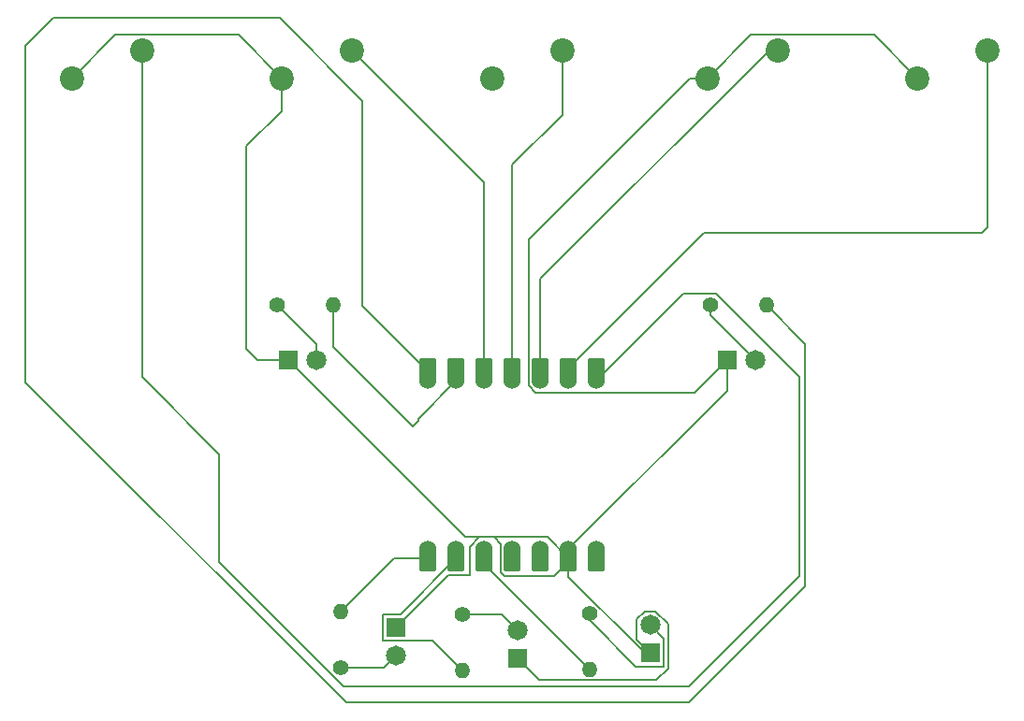
<source format=gbr>
%TF.GenerationSoftware,KiCad,Pcbnew,8.0.1*%
%TF.CreationDate,2025-07-05T17:57:54-03:00*%
%TF.ProjectId,camera,63616d65-7261-42e6-9b69-6361645f7063,rev?*%
%TF.SameCoordinates,Original*%
%TF.FileFunction,Copper,L1,Top*%
%TF.FilePolarity,Positive*%
%FSLAX46Y46*%
G04 Gerber Fmt 4.6, Leading zero omitted, Abs format (unit mm)*
G04 Created by KiCad (PCBNEW 8.0.1) date 2025-07-05 17:57:54*
%MOMM*%
%LPD*%
G01*
G04 APERTURE LIST*
G04 Aperture macros list*
%AMRoundRect*
0 Rectangle with rounded corners*
0 $1 Rounding radius*
0 $2 $3 $4 $5 $6 $7 $8 $9 X,Y pos of 4 corners*
0 Add a 4 corners polygon primitive as box body*
4,1,4,$2,$3,$4,$5,$6,$7,$8,$9,$2,$3,0*
0 Add four circle primitives for the rounded corners*
1,1,$1+$1,$2,$3*
1,1,$1+$1,$4,$5*
1,1,$1+$1,$6,$7*
1,1,$1+$1,$8,$9*
0 Add four rect primitives between the rounded corners*
20,1,$1+$1,$2,$3,$4,$5,0*
20,1,$1+$1,$4,$5,$6,$7,0*
20,1,$1+$1,$6,$7,$8,$9,0*
20,1,$1+$1,$8,$9,$2,$3,0*%
G04 Aperture macros list end*
%TA.AperFunction,SMDPad,CuDef*%
%ADD10RoundRect,0.152400X0.609600X-1.063600X0.609600X1.063600X-0.609600X1.063600X-0.609600X-1.063600X0*%
%TD*%
%TA.AperFunction,ComponentPad*%
%ADD11C,1.524000*%
%TD*%
%TA.AperFunction,SMDPad,CuDef*%
%ADD12RoundRect,0.152400X-0.609600X1.063600X-0.609600X-1.063600X0.609600X-1.063600X0.609600X1.063600X0*%
%TD*%
%TA.AperFunction,ComponentPad*%
%ADD13C,2.200000*%
%TD*%
%TA.AperFunction,ComponentPad*%
%ADD14C,1.400000*%
%TD*%
%TA.AperFunction,ComponentPad*%
%ADD15O,1.400000X1.400000*%
%TD*%
%TA.AperFunction,ComponentPad*%
%ADD16C,1.815000*%
%TD*%
%TA.AperFunction,ComponentPad*%
%ADD17R,1.815000X1.815000*%
%TD*%
%TA.AperFunction,Conductor*%
%ADD18C,0.200000*%
%TD*%
G04 APERTURE END LIST*
D10*
%TO.P,U1,1,GPIO26/ADC0/A0*%
%TO.N,button0*%
X152677000Y-104987000D03*
D11*
X152677000Y-105822000D03*
D10*
%TO.P,U1,2,GPIO27/ADC1/A1*%
%TO.N,button1*%
X150137000Y-104987000D03*
D11*
X150137000Y-105822000D03*
D10*
%TO.P,U1,3,GPIO28/ADC2/A2*%
%TO.N,button2*%
X147597000Y-104987000D03*
D11*
X147597000Y-105822000D03*
D10*
%TO.P,U1,4,GPIO29/ADC3/A3*%
%TO.N,button3*%
X145057000Y-104987000D03*
D11*
X145057000Y-105822000D03*
D10*
%TO.P,U1,5,GPIO6/SDA*%
%TO.N,button4*%
X142517000Y-104987000D03*
D11*
X142517000Y-105822000D03*
D10*
%TO.P,U1,6,GPIO7/SCL*%
%TO.N,led0*%
X139977000Y-104987000D03*
D11*
X139977000Y-105822000D03*
D10*
%TO.P,U1,7,GPIO0/TX*%
%TO.N,led1*%
X137437000Y-104987000D03*
D11*
X137437000Y-105822000D03*
%TO.P,U1,8,GPIO1/RX*%
%TO.N,led2*%
X137437000Y-121062000D03*
D12*
X137437000Y-121897000D03*
D11*
%TO.P,U1,9,GPIO2/SCK*%
%TO.N,led3*%
X139977000Y-121062000D03*
D12*
X139977000Y-121897000D03*
D11*
%TO.P,U1,10,GPIO4/MISO*%
%TO.N,led4*%
X142517000Y-121062000D03*
D12*
X142517000Y-121897000D03*
D11*
%TO.P,U1,11,GPIO3/MOSI*%
%TO.N,unconnected-(U1-GPIO3{slash}MOSI-Pad11)*%
X145057000Y-121062000D03*
D12*
X145057000Y-121897000D03*
D11*
%TO.P,U1,12,3V3*%
%TO.N,unconnected-(U1-3V3-Pad12)*%
X147597000Y-121062000D03*
D12*
X147597000Y-121897000D03*
D11*
%TO.P,U1,13,GND*%
%TO.N,GND*%
X150137000Y-121062000D03*
D12*
X150137000Y-121897000D03*
D11*
%TO.P,U1,14,VBUS*%
%TO.N,unconnected-(U1-VBUS-Pad14)*%
X152677000Y-121062000D03*
D12*
X152677000Y-121897000D03*
%TD*%
D13*
%TO.P,SW5,1,1*%
%TO.N,button0*%
X111552000Y-75902000D03*
%TO.P,SW5,2,2*%
%TO.N,GND*%
X105202000Y-78442000D03*
%TD*%
%TO.P,SW4,1,1*%
%TO.N,button4*%
X130552000Y-75902000D03*
%TO.P,SW4,2,2*%
%TO.N,GND*%
X124202000Y-78442000D03*
%TD*%
%TO.P,SW3,1,1*%
%TO.N,button3*%
X149552000Y-75902000D03*
%TO.P,SW3,2,2*%
%TO.N,unconnected-(SW3-Pad2)*%
X143202000Y-78442000D03*
%TD*%
%TO.P,SW2,1,1*%
%TO.N,button2*%
X169052000Y-75902000D03*
%TO.P,SW2,2,2*%
%TO.N,GND*%
X162702000Y-78442000D03*
%TD*%
%TO.P,SW1,2,2*%
%TO.N,GND*%
X181702000Y-78442000D03*
%TO.P,SW1,1,1*%
%TO.N,button1*%
X188052000Y-75902000D03*
%TD*%
D14*
%TO.P,R5,1*%
%TO.N,Net-(D5-PadA)*%
X152012000Y-126862000D03*
D15*
%TO.P,R5,2*%
%TO.N,led4*%
X152012000Y-131942000D03*
%TD*%
%TO.P,R4,2*%
%TO.N,led3*%
X140512000Y-132062000D03*
D14*
%TO.P,R4,1*%
%TO.N,Net-(D4-PadA)*%
X140512000Y-126982000D03*
%TD*%
D15*
%TO.P,R3,2*%
%TO.N,led2*%
X129512000Y-126712000D03*
D14*
%TO.P,R3,1*%
%TO.N,Net-(D3-PadA)*%
X129512000Y-131792000D03*
%TD*%
D15*
%TO.P,R2,2*%
%TO.N,led1*%
X168012000Y-98982000D03*
D14*
%TO.P,R2,1*%
%TO.N,Net-(D2-PadA)*%
X162932000Y-98982000D03*
%TD*%
%TO.P,R1,1*%
%TO.N,Net-(D1-PadA)*%
X123742000Y-98982000D03*
D15*
%TO.P,R1,2*%
%TO.N,led0*%
X128822000Y-98982000D03*
%TD*%
D16*
%TO.P,D5,A*%
%TO.N,Net-(D5-PadA)*%
X157512000Y-127942000D03*
D17*
%TO.P,D5,C*%
%TO.N,GND*%
X157512000Y-130482000D03*
%TD*%
D16*
%TO.P,D4,A*%
%TO.N,Net-(D4-PadA)*%
X145512000Y-128442000D03*
D17*
%TO.P,D4,C*%
%TO.N,GND*%
X145512000Y-130982000D03*
%TD*%
%TO.P,D3,C*%
%TO.N,GND*%
X134512000Y-128172000D03*
D16*
%TO.P,D3,A*%
%TO.N,Net-(D3-PadA)*%
X134512000Y-130712000D03*
%TD*%
%TO.P,D2,A*%
%TO.N,Net-(D2-PadA)*%
X167012000Y-103982000D03*
D17*
%TO.P,D2,C*%
%TO.N,GND*%
X164472000Y-103982000D03*
%TD*%
%TO.P,D1,C*%
%TO.N,GND*%
X124742000Y-103982000D03*
D16*
%TO.P,D1,A*%
%TO.N,Net-(D1-PadA)*%
X127282000Y-103982000D03*
%TD*%
D18*
%TO.N,GND*%
X156304500Y-129274500D02*
X157512000Y-130482000D01*
X156304500Y-127441837D02*
X156304500Y-129274500D01*
X158012163Y-126734500D02*
X157011837Y-126734500D01*
X159119500Y-127841837D02*
X158012163Y-126734500D01*
X157011837Y-126734500D02*
X156304500Y-127441837D01*
X159119500Y-131880500D02*
X159119500Y-127841837D01*
X158058000Y-132942000D02*
X159119500Y-131880500D01*
X147472000Y-132942000D02*
X158058000Y-132942000D01*
X145512000Y-130982000D02*
X147472000Y-132942000D01*
X161570000Y-106884000D02*
X164472000Y-103982000D01*
X147157105Y-106884000D02*
X161570000Y-106884000D01*
X146535000Y-93053366D02*
X146535000Y-106261895D01*
X146535000Y-106261895D02*
X147157105Y-106884000D01*
X161146366Y-78442000D02*
X146535000Y-93053366D01*
X162702000Y-78442000D02*
X161146366Y-78442000D01*
X177762000Y-74502000D02*
X181702000Y-78442000D01*
X162702000Y-78442000D02*
X166642000Y-74502000D01*
X166642000Y-74502000D02*
X177762000Y-74502000D01*
%TO.N,button2*%
X168268598Y-75902000D02*
X169052000Y-75902000D01*
X147597000Y-105822000D02*
X147597000Y-96573598D01*
X147597000Y-96573598D02*
X168268598Y-75902000D01*
%TO.N,button3*%
X149552000Y-81765402D02*
X145057000Y-86260402D01*
X145057000Y-86260402D02*
X145057000Y-105822000D01*
X149552000Y-75902000D02*
X149552000Y-81765402D01*
%TO.N,button4*%
X142517000Y-87867000D02*
X142517000Y-105822000D01*
X130552000Y-75902000D02*
X142517000Y-87867000D01*
%TO.N,led0*%
X136512000Y-109287000D02*
X139977000Y-105822000D01*
X136012000Y-109982000D02*
X136512000Y-109482000D01*
X128822000Y-102792000D02*
X136012000Y-109982000D01*
X128822000Y-98982000D02*
X128822000Y-102792000D01*
X136512000Y-109482000D02*
X136512000Y-109287000D01*
%TO.N,led1*%
X131512000Y-99062000D02*
X137437000Y-104987000D01*
X124012000Y-72982000D02*
X131512000Y-80482000D01*
X101012000Y-75482000D02*
X103512000Y-72982000D01*
X101012000Y-105982000D02*
X101012000Y-75482000D01*
X130012000Y-134982000D02*
X101012000Y-105982000D01*
X103512000Y-72982000D02*
X124012000Y-72982000D01*
X161012000Y-134982000D02*
X130012000Y-134982000D01*
X171512000Y-124482000D02*
X161012000Y-134982000D01*
X131512000Y-80482000D02*
X131512000Y-99062000D01*
X171512000Y-102482000D02*
X171512000Y-124482000D01*
X168012000Y-98982000D02*
X171512000Y-102482000D01*
%TO.N,button1*%
X188052000Y-91942000D02*
X188052000Y-75902000D01*
X187512000Y-92482000D02*
X188052000Y-91942000D01*
X162399370Y-92482000D02*
X187512000Y-92482000D01*
X150137000Y-104744370D02*
X162399370Y-92482000D01*
X150137000Y-105822000D02*
X150137000Y-104744370D01*
%TO.N,Net-(D1-PadA)*%
X127282000Y-102522000D02*
X127282000Y-103982000D01*
X123742000Y-98982000D02*
X127282000Y-102522000D01*
%TO.N,GND*%
X121012000Y-102982000D02*
X122012000Y-103982000D01*
X122012000Y-103982000D02*
X124742000Y-103982000D01*
X124202000Y-81409056D02*
X121012000Y-84599056D01*
X121012000Y-84599056D02*
X121012000Y-102982000D01*
X124202000Y-78442000D02*
X124202000Y-81409056D01*
X120262000Y-74502000D02*
X124202000Y-78442000D01*
X109142000Y-74502000D02*
X120262000Y-74502000D01*
X105202000Y-78442000D02*
X109142000Y-74502000D01*
%TO.N,button0*%
X118512000Y-122206214D02*
X118512000Y-112482000D01*
X129787786Y-133482000D02*
X118512000Y-122206214D01*
X111552000Y-105522000D02*
X111552000Y-75902000D01*
X161012000Y-133482000D02*
X129787786Y-133482000D01*
X171012000Y-123482000D02*
X161012000Y-133482000D01*
X171012000Y-105482000D02*
X171012000Y-123482000D01*
X118512000Y-112482000D02*
X111552000Y-105522000D01*
X163512000Y-97982000D02*
X171012000Y-105482000D01*
X160517000Y-97982000D02*
X163512000Y-97982000D01*
X152677000Y-105822000D02*
X160517000Y-97982000D01*
%TO.N,Net-(D2-PadA)*%
X162932000Y-99902000D02*
X162932000Y-98982000D01*
X167012000Y-103982000D02*
X162932000Y-99902000D01*
%TO.N,GND*%
X164472000Y-106727000D02*
X150137000Y-121062000D01*
X164472000Y-103982000D02*
X164472000Y-106727000D01*
%TO.N,Net-(D5-PadA)*%
X158719500Y-131689500D02*
X156219500Y-131689500D01*
X158719500Y-129149500D02*
X158719500Y-131689500D01*
X156219500Y-131689500D02*
X152012000Y-127482000D01*
X157512000Y-127942000D02*
X158719500Y-129149500D01*
X152012000Y-127482000D02*
X152012000Y-126862000D01*
%TO.N,GND*%
X148240000Y-120000000D02*
X150137000Y-121897000D01*
X124742000Y-103982000D02*
X140760000Y-120000000D01*
X140760000Y-120000000D02*
X148240000Y-120000000D01*
%TO.N,led3*%
X139977000Y-121897000D02*
X139977000Y-121062000D01*
X134909500Y-126964500D02*
X139977000Y-121897000D01*
X133304500Y-126964500D02*
X134909500Y-126964500D01*
X133304500Y-129379500D02*
X133304500Y-126964500D01*
X137829500Y-129379500D02*
X133304500Y-129379500D01*
X140512000Y-132062000D02*
X137829500Y-129379500D01*
%TO.N,Net-(D3-PadA)*%
X133432000Y-131792000D02*
X134512000Y-130712000D01*
X129512000Y-131792000D02*
X133432000Y-131792000D01*
%TO.N,led2*%
X134327000Y-121897000D02*
X137437000Y-121897000D01*
X129512000Y-126712000D02*
X134327000Y-121897000D01*
%TO.N,led4*%
X142517000Y-122447000D02*
X142517000Y-121062000D01*
X152012000Y-131942000D02*
X142517000Y-122447000D01*
%TO.N,GND*%
X157046214Y-130482000D02*
X157512000Y-130482000D01*
X150137000Y-123572786D02*
X157046214Y-130482000D01*
X150137000Y-121062000D02*
X150137000Y-123572786D01*
X150137000Y-122139630D02*
X150137000Y-121062000D01*
X148794630Y-123482000D02*
X150137000Y-122139630D01*
X144324786Y-123482000D02*
X148794630Y-123482000D01*
X143995000Y-123152214D02*
X144324786Y-123482000D01*
X143995000Y-120622105D02*
X143995000Y-123152214D01*
X143372895Y-120000000D02*
X143995000Y-120622105D01*
X142077105Y-120000000D02*
X143372895Y-120000000D01*
X141194214Y-120882891D02*
X142077105Y-120000000D01*
X139271000Y-123413000D02*
X141194214Y-123413000D01*
X141194214Y-123413000D02*
X141194214Y-120882891D01*
X134512000Y-128172000D02*
X139271000Y-123413000D01*
%TO.N,Net-(D4-PadA)*%
X144052000Y-126982000D02*
X145512000Y-128442000D01*
X140512000Y-126982000D02*
X144052000Y-126982000D01*
%TD*%
M02*

</source>
